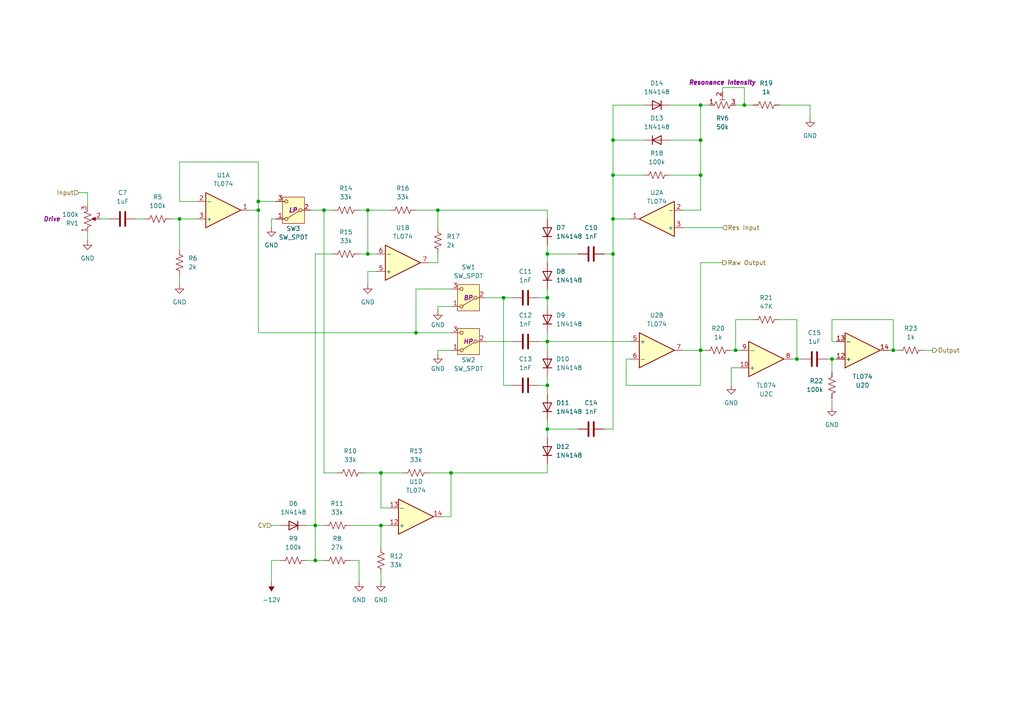
<source format=kicad_sch>
(kicad_sch (version 20231120) (generator "eeschema") (generator_version "8.0")
  (paper "A4")
  (title_block (company "DMH Instruments") (comment 1 "PCB for 10cm Kosmo format synthesizer module"))
  (lib_symbols
    (symbol "Amplifier_Operational:TL074" (pin_names (offset 0.127))
      (property "Reference" "U" (at 0 5.08 0))
      (property "Value" "TL074" (at 0 -5.08 0))
      (symbol "TL074_1_1"
        (polyline (pts (xy -5.08 5.08) (xy 5.08 0) (xy -5.08 -5.08) (xy -5.08 5.08)) (stroke (width 0.254)) (fill (type background)))
        (pin output line (at 7.62 0 180) (length 2.54) (name "~") (number "1"))
        (pin input line (at -7.62 -2.54 0) (length 2.54) (name "-") (number "2"))
        (pin input line (at -7.62 2.54 0) (length 2.54) (name "+") (number "3"))
      )
      (symbol "TL074_2_1"
        (polyline (pts (xy -5.08 5.08) (xy 5.08 0) (xy -5.08 -5.08) (xy -5.08 5.08)) (stroke (width 0.254)) (fill (type background)))
        (pin input line (at -7.62 2.54 0) (length 2.54) (name "+") (number "5"))
        (pin input line (at -7.62 -2.54 0) (length 2.54) (name "-") (number "6"))
        (pin output line (at 7.62 0 180) (length 2.54) (name "~") (number "7"))
      )
      (symbol "TL074_3_1"
        (polyline (pts (xy -5.08 5.08) (xy 5.08 0) (xy -5.08 -5.08) (xy -5.08 5.08)) (stroke (width 0.254)) (fill (type background)))
        (pin input line (at -7.62 2.54 0) (length 2.54) (name "+") (number "10"))
        (pin output line (at 7.62 0 180) (length 2.54) (name "~") (number "8"))
        (pin input line (at -7.62 -2.54 0) (length 2.54) (name "-") (number "9"))
      )
      (symbol "TL074_4_1"
        (polyline (pts (xy -5.08 5.08) (xy 5.08 0) (xy -5.08 -5.08) (xy -5.08 5.08)) (stroke (width 0.254)) (fill (type background)))
        (pin input line (at -7.62 2.54 0) (length 2.54) (name "+") (number "12"))
        (pin input line (at -7.62 -2.54 0) (length 2.54) (name "-") (number "13"))
        (pin output line (at 7.62 0 180) (length 2.54) (name "~") (number "14"))
      )
      (symbol "TL074_5_1"
        (pin power_in line (at -2.54 -7.62 90) (length 3.81) (name "V-") (number "11"))
        (pin power_in line (at -2.54 7.62 270) (length 3.81) (name "V+") (number "4"))
      )
    )
    (symbol "Device:C" (pin_numbers hide) (pin_names (offset 0.254))
      (property "Reference" "C" (at 0.635 2.54 0))
      (property "Value" "C" (at 0.635 -2.54 0))
      (symbol "C_0_1"
        (polyline (pts (xy -2.032 -0.762) (xy 2.032 -0.762)) (stroke (width 0.508)))
        (polyline (pts (xy -2.032 0.762) (xy 2.032 0.762)) (stroke (width 0.508)))
      )
      (symbol "C_1_1"
        (pin passive line (at 0 3.81 270) (length 2.794) (name "~") (number "1"))
        (pin passive line (at 0 -3.81 90) (length 2.794) (name "~") (number "2"))
      )
    )
    (symbol "Device:R_Potentiometer_Trim_US" (pin_names (offset 1.016) hide)
      (property "Reference" "RV" (at -4.445 0 90))
      (property "Value" "R_Potentiometer_Trim_US" (at -2.54 0 90))
      (symbol "R_Potentiometer_Trim_US_0_1"
        (polyline (pts (xy 0 -2.286) (xy 0 -2.54)))
        (polyline (pts (xy 0 2.286) (xy 0 2.54)))
        (polyline (pts (xy 1.524 0.762) (xy 1.524 -0.762)))
        (polyline (pts (xy 2.54 0) (xy 1.524 0)))
        (polyline (pts (xy 0 -0.762) (xy 1.016 -1.143) (xy 0 -1.524) (xy -1.016 -1.905) (xy 0 -2.286)))
        (polyline (pts (xy 0 0.762) (xy 1.016 0.381) (xy 0 0) (xy -1.016 -0.381) (xy 0 -0.762)))
        (polyline (pts (xy 0 2.286) (xy 1.016 1.905) (xy 0 1.524) (xy -1.016 1.143) (xy 0 0.762)))
      )
      (symbol "R_Potentiometer_Trim_US_1_1"
        (pin passive line (at 0 3.81 270) (length 1.27) (name "1") (number "1"))
        (pin passive line (at 3.81 0 180) (length 1.27) (name "2") (number "2"))
        (pin passive line (at 0 -3.81 90) (length 1.27) (name "3") (number "3"))
      )
    )
    (symbol "Device:R_Potentiometer_US" (pin_names (offset 1.016) hide)
      (property "Reference" "RV" (at -4.445 0 90))
      (property "Value" "R_Potentiometer_US" (at -2.54 0 90))
      (symbol "R_Potentiometer_US_0_1"
        (polyline (pts (xy 0 -2.286) (xy 0 -2.54)))
        (polyline (pts (xy 0 2.54) (xy 0 2.286)))
        (polyline (pts (xy 2.54 0) (xy 1.524 0)))
        (polyline (pts (xy 1.143 0) (xy 2.286 0.508) (xy 2.286 -0.508) (xy 1.143 0)) (fill (type outline)))
        (polyline (pts (xy 0 -0.762) (xy 1.016 -1.143) (xy 0 -1.524) (xy -1.016 -1.905) (xy 0 -2.286)))
        (polyline (pts (xy 0 0.762) (xy 1.016 0.381) (xy 0 0) (xy -1.016 -0.381) (xy 0 -0.762)))
        (polyline (pts (xy 0 2.286) (xy 1.016 1.905) (xy 0 1.524) (xy -1.016 1.143) (xy 0 0.762)))
      )
      (symbol "R_Potentiometer_US_1_1"
        (pin passive line (at 0 3.81 270) (length 1.27) (name "1") (number "1"))
        (pin passive line (at 3.81 0 180) (length 1.27) (name "2") (number "2"))
        (pin passive line (at 0 -3.81 90) (length 1.27) (name "3") (number "3"))
      )
    )
    (symbol "Device:R_US" (pin_numbers hide) (pin_names (offset 0))
      (property "Reference" "R" (at 2.54 0 90))
      (property "Value" "R_US" (at -2.54 0 90))
      (symbol "R_US_0_1"
        (polyline (pts (xy 0 -2.286) (xy 0 -2.54)))
        (polyline (pts (xy 0 2.286) (xy 0 2.54)))
        (polyline (pts (xy 0 -0.762) (xy 1.016 -1.143) (xy 0 -1.524) (xy -1.016 -1.905) (xy 0 -2.286)))
        (polyline (pts (xy 0 0.762) (xy 1.016 0.381) (xy 0 0) (xy -1.016 -0.381) (xy 0 -0.762)))
        (polyline (pts (xy 0 2.286) (xy 1.016 1.905) (xy 0 1.524) (xy -1.016 1.143) (xy 0 0.762)))
      )
      (symbol "R_US_1_1"
        (pin passive line (at 0 3.81 270) (length 1.27) (name "~") (number "1"))
        (pin passive line (at 0 -3.81 90) (length 1.27) (name "~") (number "2"))
      )
    )
    (symbol "Diode:1N4148" (pin_numbers hide) (pin_names hide)
      (property "Reference" "D" (at 0 2.54 0))
      (property "Value" "1N4148" (at 0 -2.54 0))
      (symbol "1N4148_0_1"
        (polyline (pts (xy -1.27 1.27) (xy -1.27 -1.27)) (stroke (width 0.254)))
        (polyline (pts (xy 1.27 0) (xy -1.27 0)))
        (polyline (pts (xy 1.27 1.27) (xy 1.27 -1.27) (xy -1.27 0) (xy 1.27 1.27)) (stroke (width 0.254)))
      )
      (symbol "1N4148_1_1"
        (pin passive line (at -3.81 0 0) (length 2.54) (name "K") (number "1"))
        (pin passive line (at 3.81 0 180) (length 2.54) (name "A") (number "2"))
      )
    )
    (symbol "Switch:SW_SPDT" (pin_names (offset 0) hide)
      (property "Reference" "SW" (at 0 5.08 0))
      (property "Value" "SW_SPDT" (at 0 -5.08 0))
      (symbol "SW_SPDT_0_1"
        (circle (center -2.032 0) (radius 0.4572))
        (polyline (pts (xy -1.651 0.254) (xy 1.651 2.286)))
        (circle (center 2.032 -2.54) (radius 0.4572))
        (circle (center 2.032 2.54) (radius 0.4572))
      )
      (symbol "SW_SPDT_1_1"
        (rectangle (start -3.175 3.81) (end 3.175 -3.81) (fill (type background)))
        (pin passive line (at 5.08 2.54 180) (length 2.54) (name "A") (number "1"))
        (pin passive line (at -5.08 0 0) (length 2.54) (name "B") (number "2"))
        (pin passive line (at 5.08 -2.54 180) (length 2.54) (name "C") (number "3"))
      )
    )
    (symbol "power:-12V" (power) (pin_numbers hide) (pin_names (offset 0) hide)
      (property "Value" "-12V" (at 0 3.556 0))
      (symbol "-12V_0_0"
        (pin power_in line (at 0 0 90) (length 0) (name "~") (number "1"))
      )
      (symbol "-12V_0_1"
        (polyline (pts (xy 0 0) (xy 0 1.27) (xy 0.762 1.27) (xy 0 2.54) (xy -0.762 1.27) (xy 0 1.27)) (fill (type outline)))
      )
    )
    (symbol "power:GND" (power) (pin_numbers hide) (pin_names (offset 0) hide)
      (property "Value" "GND" (at 0 -3.81 0))
      (symbol "GND_0_1"
        (polyline (pts (xy 0 0) (xy 0 -1.27) (xy 1.27 -1.27) (xy 0 -2.54) (xy -1.27 -1.27) (xy 0 -1.27)))
      )
      (symbol "GND_1_1"
        (pin power_in line (at 0 0 270) (length 0) (name "~") (number "1"))
      )
    )
  )
  (junction (at 110.49 137.16))
  (junction (at 74.93 58.42))
  (junction (at 213.36 101.6))
  (junction (at 241.3 104.14))
  (junction (at 177.8 63.5))
  (junction (at 110.49 152.4))
  (junction (at 231.14 104.14))
  (junction (at 259.08 101.6))
  (junction (at 177.8 50.8))
  (junction (at 177.8 40.64))
  (junction (at 106.68 73.66))
  (junction (at 52.07 63.5))
  (junction (at 203.2 30.48))
  (junction (at 74.93 60.96))
  (junction (at 130.81 137.16))
  (junction (at 93.98 60.96))
  (junction (at 158.75 124.46))
  (junction (at 203.2 40.64))
  (junction (at 158.75 99.06))
  (junction (at 158.75 73.66))
  (junction (at 158.75 111.76))
  (junction (at 91.44 152.4))
  (junction (at 203.2 101.6))
  (junction (at 177.8 73.66))
  (junction (at 146.05 86.36))
  (junction (at 120.65 96.52))
  (junction (at 203.2 50.8))
  (junction (at 106.68 60.96))
  (junction (at 91.44 162.56))
  (junction (at 215.9 30.48))
  (junction (at 158.75 86.36))
  (junction (at 127 60.96))
  (wire (pts (xy 203.2 30.48) (xy 205.74 30.48)))
  (wire (pts (xy 120.65 83.82) (xy 130.81 83.82)))
  (wire (pts (xy 78.74 162.56) (xy 78.74 168.91)))
  (wire (pts (xy 106.68 60.96) (xy 106.68 73.66)))
  (wire (pts (xy 241.3 115.57) (xy 241.3 118.11)))
  (wire (pts (xy 29.21 63.5) (xy 31.75 63.5)))
  (wire (pts (xy 156.21 111.76) (xy 158.75 111.76)))
  (wire (pts (xy 25.4 55.88) (xy 25.4 59.69)))
  (wire (pts (xy 106.68 73.66) (xy 109.22 73.66)))
  (wire (pts (xy 130.81 96.52) (xy 120.65 96.52)))
  (wire (pts (xy 91.44 152.4) (xy 91.44 162.56)))
  (wire (pts (xy 52.07 63.5) (xy 57.15 63.5)))
  (wire (pts (xy 186.69 50.8) (xy 177.8 50.8)))
  (wire (pts (xy 259.08 101.6) (xy 257.81 101.6)))
  (wire (pts (xy 213.36 92.71) (xy 213.36 101.6)))
  (wire (pts (xy 130.81 149.86) (xy 128.27 149.86)))
  (wire (pts (xy 158.75 96.52) (xy 158.75 99.06)))
  (wire (pts (xy 175.26 124.46) (xy 177.8 124.46)))
  (wire (pts (xy 158.75 83.82) (xy 158.75 86.36)))
  (wire (pts (xy 231.14 104.14) (xy 232.41 104.14)))
  (wire (pts (xy 209.55 25.4) (xy 215.9 25.4)))
  (wire (pts (xy 130.81 137.16) (xy 130.81 149.86)))
  (wire (pts (xy 215.9 30.48) (xy 218.44 30.48)))
  (wire (pts (xy 158.75 111.76) (xy 158.75 114.3)))
  (wire (pts (xy 109.22 78.74) (xy 106.68 78.74)))
  (wire (pts (xy 104.14 162.56) (xy 104.14 168.91)))
  (wire (pts (xy 203.2 30.48) (xy 203.2 40.64)))
  (wire (pts (xy 203.2 40.64) (xy 203.2 50.8)))
  (wire (pts (xy 80.01 63.5) (xy 78.74 63.5)))
  (wire (pts (xy 120.65 96.52) (xy 120.65 83.82)))
  (wire (pts (xy 177.8 50.8) (xy 177.8 63.5)))
  (wire (pts (xy 241.3 104.14) (xy 242.57 104.14)))
  (wire (pts (xy 52.07 58.42) (xy 57.15 58.42)))
  (wire (pts (xy 212.09 101.6) (xy 213.36 101.6)))
  (wire (pts (xy 25.4 67.31) (xy 25.4 69.85)))
  (wire (pts (xy 240.03 104.14) (xy 241.3 104.14)))
  (wire (pts (xy 259.08 101.6) (xy 260.35 101.6)))
  (wire (pts (xy 72.39 60.96) (xy 74.93 60.96)))
  (wire (pts (xy 110.49 152.4) (xy 113.03 152.4)))
  (wire (pts (xy 140.97 99.06) (xy 148.59 99.06)))
  (wire (pts (xy 120.65 60.96) (xy 127 60.96)))
  (wire (pts (xy 181.61 111.76) (xy 203.2 111.76)))
  (wire (pts (xy 167.64 73.66) (xy 158.75 73.66)))
  (wire (pts (xy 231.14 92.71) (xy 231.14 104.14)))
  (wire (pts (xy 158.75 99.06) (xy 182.88 99.06)))
  (wire (pts (xy 182.88 63.5) (xy 177.8 63.5)))
  (wire (pts (xy 198.12 101.6) (xy 203.2 101.6)))
  (wire (pts (xy 146.05 86.36) (xy 146.05 111.76)))
  (wire (pts (xy 78.74 152.4) (xy 81.28 152.4)))
  (wire (pts (xy 156.21 86.36) (xy 158.75 86.36)))
  (wire (pts (xy 52.07 46.99) (xy 52.07 58.42)))
  (wire (pts (xy 229.87 104.14) (xy 231.14 104.14)))
  (wire (pts (xy 74.93 46.99) (xy 52.07 46.99)))
  (wire (pts (xy 241.3 104.14) (xy 241.3 107.95)))
  (wire (pts (xy 93.98 60.96) (xy 96.52 60.96)))
  (wire (pts (xy 203.2 101.6) (xy 204.47 101.6)))
  (wire (pts (xy 215.9 25.4) (xy 215.9 30.48)))
  (wire (pts (xy 213.36 101.6) (xy 214.63 101.6)))
  (wire (pts (xy 181.61 104.14) (xy 181.61 111.76)))
  (wire (pts (xy 186.69 30.48) (xy 177.8 30.48)))
  (wire (pts (xy 127 88.9) (xy 130.81 88.9)))
  (wire (pts (xy 105.41 137.16) (xy 110.49 137.16)))
  (wire (pts (xy 74.93 58.42) (xy 74.93 46.99)))
  (wire (pts (xy 110.49 152.4) (xy 110.49 158.75)))
  (wire (pts (xy 218.44 92.71) (xy 213.36 92.71)))
  (wire (pts (xy 101.6 152.4) (xy 110.49 152.4)))
  (wire (pts (xy 234.95 30.48) (xy 234.95 34.29)))
  (wire (pts (xy 81.28 162.56) (xy 78.74 162.56)))
  (wire (pts (xy 127 90.17) (xy 127 88.9)))
  (wire (pts (xy 127 60.96) (xy 127 66.04)))
  (wire (pts (xy 158.75 137.16) (xy 130.81 137.16)))
  (wire (pts (xy 146.05 111.76) (xy 148.59 111.76)))
  (wire (pts (xy 203.2 60.96) (xy 198.12 60.96)))
  (wire (pts (xy 214.63 106.68) (xy 212.09 106.68)))
  (wire (pts (xy 158.75 60.96) (xy 127 60.96)))
  (wire (pts (xy 91.44 152.4) (xy 93.98 152.4)))
  (wire (pts (xy 226.06 92.71) (xy 231.14 92.71)))
  (wire (pts (xy 127 101.6) (xy 127 102.87)))
  (wire (pts (xy 158.75 86.36) (xy 158.75 88.9)))
  (wire (pts (xy 267.97 101.6) (xy 270.51 101.6)))
  (wire (pts (xy 177.8 73.66) (xy 177.8 124.46)))
  (wire (pts (xy 213.36 30.48) (xy 215.9 30.48)))
  (wire (pts (xy 106.68 60.96) (xy 113.03 60.96)))
  (wire (pts (xy 226.06 30.48) (xy 234.95 30.48)))
  (wire (pts (xy 124.46 76.2) (xy 127 76.2)))
  (wire (pts (xy 104.14 60.96) (xy 106.68 60.96)))
  (wire (pts (xy 88.9 162.56) (xy 91.44 162.56)))
  (wire (pts (xy 140.97 86.36) (xy 146.05 86.36)))
  (wire (pts (xy 158.75 99.06) (xy 158.75 101.6)))
  (wire (pts (xy 110.49 137.16) (xy 116.84 137.16)))
  (wire (pts (xy 181.61 104.14) (xy 182.88 104.14)))
  (wire (pts (xy 91.44 162.56) (xy 93.98 162.56)))
  (wire (pts (xy 203.2 101.6) (xy 203.2 111.76)))
  (wire (pts (xy 156.21 99.06) (xy 158.75 99.06)))
  (wire (pts (xy 49.53 63.5) (xy 52.07 63.5)))
  (wire (pts (xy 242.57 99.06) (xy 241.3 99.06)))
  (wire (pts (xy 127 76.2) (xy 127 73.66)))
  (wire (pts (xy 110.49 137.16) (xy 110.49 147.32)))
  (wire (pts (xy 177.8 63.5) (xy 177.8 73.66)))
  (wire (pts (xy 22.86 55.88) (xy 25.4 55.88)))
  (wire (pts (xy 194.31 30.48) (xy 203.2 30.48)))
  (wire (pts (xy 158.75 109.22) (xy 158.75 111.76)))
  (wire (pts (xy 91.44 73.66) (xy 91.44 152.4)))
  (wire (pts (xy 90.17 60.96) (xy 93.98 60.96)))
  (wire (pts (xy 96.52 73.66) (xy 91.44 73.66)))
  (wire (pts (xy 124.46 137.16) (xy 130.81 137.16)))
  (wire (pts (xy 241.3 92.71) (xy 259.08 92.71)))
  (wire (pts (xy 194.31 50.8) (xy 203.2 50.8)))
  (wire (pts (xy 175.26 73.66) (xy 177.8 73.66)))
  (wire (pts (xy 186.69 40.64) (xy 177.8 40.64)))
  (wire (pts (xy 78.74 63.5) (xy 78.74 66.04)))
  (wire (pts (xy 74.93 96.52) (xy 120.65 96.52)))
  (wire (pts (xy 101.6 162.56) (xy 104.14 162.56)))
  (wire (pts (xy 52.07 80.01) (xy 52.07 82.55)))
  (wire (pts (xy 39.37 63.5) (xy 41.91 63.5)))
  (wire (pts (xy 158.75 63.5) (xy 158.75 60.96)))
  (wire (pts (xy 148.59 86.36) (xy 146.05 86.36)))
  (wire (pts (xy 177.8 30.48) (xy 177.8 40.64)))
  (wire (pts (xy 93.98 137.16) (xy 97.79 137.16)))
  (wire (pts (xy 177.8 40.64) (xy 177.8 50.8)))
  (wire (pts (xy 158.75 73.66) (xy 158.75 76.2)))
  (wire (pts (xy 74.93 60.96) (xy 74.93 58.42)))
  (wire (pts (xy 106.68 78.74) (xy 106.68 82.55)))
  (wire (pts (xy 110.49 166.37) (xy 110.49 168.91)))
  (wire (pts (xy 52.07 63.5) (xy 52.07 72.39)))
  (wire (pts (xy 198.12 66.04) (xy 209.55 66.04)))
  (wire (pts (xy 241.3 99.06) (xy 241.3 92.71)))
  (wire (pts (xy 158.75 121.92) (xy 158.75 124.46)))
  (wire (pts (xy 158.75 71.12) (xy 158.75 73.66)))
  (wire (pts (xy 259.08 92.71) (xy 259.08 101.6)))
  (wire (pts (xy 130.81 101.6) (xy 127 101.6)))
  (wire (pts (xy 104.14 73.66) (xy 106.68 73.66)))
  (wire (pts (xy 158.75 134.62) (xy 158.75 137.16)))
  (wire (pts (xy 110.49 147.32) (xy 113.03 147.32)))
  (wire (pts (xy 158.75 124.46) (xy 158.75 127)))
  (wire (pts (xy 203.2 50.8) (xy 203.2 60.96)))
  (wire (pts (xy 74.93 60.96) (xy 74.93 96.52)))
  (wire (pts (xy 88.9 152.4) (xy 91.44 152.4)))
  (wire (pts (xy 194.31 40.64) (xy 203.2 40.64)))
  (wire (pts (xy 93.98 60.96) (xy 93.98 137.16)))
  (wire (pts (xy 209.55 26.67) (xy 209.55 25.4)))
  (wire (pts (xy 158.75 124.46) (xy 167.64 124.46)))
  (wire (pts (xy 74.93 58.42) (xy 80.01 58.42)))
  (wire (pts (xy 203.2 76.2) (xy 209.55 76.2)))
  (wire (pts (xy 212.09 106.68) (xy 212.09 111.76)))
  (wire (pts (xy 203.2 76.2) (xy 203.2 101.6)))
  (hierarchical_label "Res Input" (shape input) (at 209.55 66.04 0))
  (hierarchical_label "CV" (shape input) (at 78.74 152.4 180))
  (hierarchical_label "Output" (shape output) (at 270.51 101.6 0))
  (hierarchical_label "Raw Output" (shape output) (at 209.55 76.2 0))
  (hierarchical_label "Input" (shape input) (at 22.86 55.88 180))
  (symbol (lib_id "Device:R_US") (at 85.09 162.56 90) (unit 1)
    (property "Reference" "R9" (at 85.09 156.21 90))
    (property "Value" "100k" (at 85.09 158.75 90))
    (property "Footprint" "Resistor_THT:R_Axial_DIN0207_L6.3mm_D2.5mm_P7.62mm_Horizontal" (effects (hide yes)))
    (property "Description" "Resistor, US symbol" (effects (hide yes)))
  )
  (symbol (lib_id "power:-12V") (at 78.74 168.91 180) (unit 1)
    (property "Reference" "#PWR027" (effects (hide yes)))
    (property "Value" "-12V" (at 78.74 173.99 0))
    (property "Description" "Power symbol creates a global label with name \"-12V\"" (effects (hide yes)))
  )
  (symbol (lib_id "Device:C") (at 152.4 99.06 90) (unit 1)
    (property "Reference" "C12" (at 152.4 91.44 90))
    (property "Value" "1nF" (at 152.4 93.98 90))
    (property "Footprint" "Capacitor_THT:C_Disc_D4.3mm_W1.9mm_P5.00mm" (effects (hide yes)))
    (property "Description" "Unpolarized capacitor" (effects (hide yes)))
  )
  (symbol (lib_id "Device:R_US") (at 52.07 76.2 180) (unit 1)
    (property "Reference" "R6" (at 54.61 74.9299 0) (effects (justify right)))
    (property "Value" "2k" (at 54.61 77.4699 0) (effects (justify right)))
    (property "Footprint" "Resistor_THT:R_Axial_DIN0207_L6.3mm_D2.5mm_P7.62mm_Horizontal" (effects (hide yes)))
    (property "Description" "Resistor, US symbol" (effects (hide yes)))
  )
  (symbol (lib_id "Device:R_US") (at 127 69.85 180) (unit 1)
    (property "Reference" "R17" (at 129.54 68.5799 0) (effects (justify right)))
    (property "Value" "2k" (at 129.54 71.1199 0) (effects (justify right)))
    (property "Footprint" "Resistor_THT:R_Axial_DIN0207_L6.3mm_D2.5mm_P7.62mm_Horizontal" (effects (hide yes)))
    (property "Description" "Resistor, US symbol" (effects (hide yes)))
  )
  (symbol (lib_id "Device:R_US") (at 100.33 73.66 90) (unit 1)
    (property "Reference" "R15" (at 100.33 67.31 90))
    (property "Value" "33k" (at 100.33 69.85 90))
    (property "Footprint" "Resistor_THT:R_Axial_DIN0207_L6.3mm_D2.5mm_P7.62mm_Horizontal" (effects (hide yes)))
    (property "Description" "Resistor, US symbol" (effects (hide yes)))
  )
  (symbol (lib_id "power:GND") (at 241.3 118.11 0) (unit 1)
    (property "Reference" "#PWR033" (effects (hide yes)))
    (property "Value" "GND" (at 241.3 123.19 0))
    (property "Description" "Power symbol creates a global label with name \"GND\" , ground" (effects (hide yes)))
  )
  (symbol (lib_id "Device:C") (at 152.4 111.76 90) (unit 1)
    (property "Reference" "C13" (at 152.4 104.14 90))
    (property "Value" "1nF" (at 152.4 106.68 90))
    (property "Footprint" "Capacitor_THT:C_Disc_D4.3mm_W1.9mm_P5.00mm" (effects (hide yes)))
    (property "Description" "Unpolarized capacitor" (effects (hide yes)))
  )
  (symbol (lib_id "Device:C") (at 35.56 63.5 90) (unit 1)
    (property "Reference" "C7" (at 35.56 55.88 90))
    (property "Value" "1uF" (at 35.56 58.42 90))
    (property "Footprint" "Capacitor_THT:C_Disc_D4.3mm_W1.9mm_P5.00mm" (effects (hide yes)))
    (property "Description" "Unpolarized capacitor" (effects (hide yes)))
  )
  (symbol (lib_id "Device:C") (at 152.4 86.36 90) (unit 1)
    (property "Reference" "C11" (at 152.4 78.74 90))
    (property "Value" "1nF" (at 152.4 81.28 90))
    (property "Footprint" "Capacitor_THT:C_Disc_D4.3mm_W1.9mm_P5.00mm" (effects (hide yes)))
    (property "Description" "Unpolarized capacitor" (effects (hide yes)))
  )
  (symbol (lib_id "Switch:SW_SPDT") (at 135.89 86.36 180) (unit 1)
    (property "Reference" "SW1" (at 135.89 77.47 0))
    (property "Value" "SW_SPDT" (at 135.89 80.01 0))
    (property "Footprint" "SynthStuff:Toggle_Switch_THT" (effects (hide yes)))
    (property "Description" "Switch, single pole double throw" (effects (hide yes)))
    (property "Function" "BP" (at 135.89 86.36 0) (effects (font (thickness 0.254) (bold yes) (italic yes))))
  )
  (symbol (lib_id "Device:C") (at 171.45 73.66 90) (unit 1)
    (property "Reference" "C10" (at 171.45 66.04 90))
    (property "Value" "1nF" (at 171.45 68.58 90))
    (property "Footprint" "Capacitor_THT:C_Disc_D4.3mm_W1.9mm_P5.00mm" (effects (hide yes)))
    (property "Description" "Unpolarized capacitor" (effects (hide yes)))
  )
  (symbol (lib_id "Amplifier_Operational:TL074") (at 190.5 63.5 180) (unit 1)
    (property "Reference" "U2" (at 190.5 55.88 0))
    (property "Value" "TL074" (at 190.5 58.42 0))
    (property "Footprint" "Package_DIP:DIP-14_W7.62mm_Socket" (effects (hide yes)))
    (property "Datasheet" "http://www.ti.com/lit/ds/symlink/tl071.pdf" (effects (hide yes)))
    (property "Description" "Quad Low-Noise JFET-Input Operational Amplifiers, DIP-14/SOIC-14" (effects (hide yes)))
  )
  (symbol (lib_id "Diode:1N4148") (at 190.5 30.48 180) (unit 1)
    (property "Reference" "D14" (at 190.5 24.13 0))
    (property "Value" "1N4148" (at 190.5 26.67 0))
    (property "Footprint" "Diode_THT:D_DO-35_SOD27_P7.62mm_Horizontal" (effects (hide yes)))
    (property "Datasheet" "https://assets.nexperia.com/documents/data-sheet/1N4148_1N4448.pdf" (effects (hide yes)))
    (property "Description" "100V 0.15A standard switching diode, DO-35" (effects (hide yes)))
    (property "Sim.Device" "D" (effects (hide yes)))
    (property "Sim.Pins" "1=K 2=A" (effects (hide yes)))
  )
  (symbol (lib_id "Device:R_US") (at 101.6 137.16 90) (unit 1)
    (property "Reference" "R10" (at 101.6 130.81 90))
    (property "Value" "33k" (at 101.6 133.35 90))
    (property "Footprint" "Resistor_THT:R_Axial_DIN0207_L6.3mm_D2.5mm_P7.62mm_Horizontal" (effects (hide yes)))
    (property "Description" "Resistor, US symbol" (effects (hide yes)))
  )
  (symbol (lib_id "Device:R_US") (at 110.49 162.56 180) (unit 1)
    (property "Reference" "R12" (at 113.03 161.2899 0) (effects (justify right)))
    (property "Value" "33k" (at 113.03 163.8299 0) (effects (justify right)))
    (property "Footprint" "Resistor_THT:R_Axial_DIN0207_L6.3mm_D2.5mm_P7.62mm_Horizontal" (effects (hide yes)))
    (property "Description" "Resistor, US symbol" (effects (hide yes)))
  )
  (symbol (lib_id "Diode:1N4148") (at 158.75 67.31 90) (unit 1)
    (property "Reference" "D7" (at 161.29 66.0399 90) (effects (justify right)))
    (property "Value" "1N4148" (at 161.29 68.5799 90) (effects (justify right)))
    (property "Footprint" "Diode_THT:D_DO-35_SOD27_P7.62mm_Horizontal" (effects (hide yes)))
    (property "Datasheet" "https://assets.nexperia.com/documents/data-sheet/1N4148_1N4448.pdf" (effects (hide yes)))
    (property "Description" "100V 0.15A standard switching diode, DO-35" (effects (hide yes)))
    (property "Sim.Device" "D" (effects (hide yes)))
    (property "Sim.Pins" "1=K 2=A" (effects (hide yes)))
  )
  (symbol (lib_id "Device:R_Potentiometer_Trim_US") (at 209.55 30.48 90) (unit 1)
    (property "Reference" "RV6" (at 209.55 34.29 90))
    (property "Value" "50k" (at 209.55 36.83 90))
    (property "Footprint" "Potentiometer_THT:Potentiometer_Bourns_3296W_Vertical" (effects (hide yes)))
    (property "Description" "Trim-potentiometer, US symbol" (effects (hide yes)))
    (property "Function" "Resonance Intensity" (at 209.55 23.876 90) (effects (font (thickness 0.254) (bold yes) (italic yes))))
  )
  (symbol (lib_id "Amplifier_Operational:TL074") (at 250.19 101.6 0) (mirror x) (unit 4)
    (property "Reference" "U2" (at 250.19 111.76 0))
    (property "Value" "TL074" (at 250.19 109.22 0))
    (property "Footprint" "Package_DIP:DIP-14_W7.62mm_Socket" (effects (hide yes)))
    (property "Datasheet" "http://www.ti.com/lit/ds/symlink/tl071.pdf" (effects (hide yes)))
    (property "Description" "Quad Low-Noise JFET-Input Operational Amplifiers, DIP-14/SOIC-14" (effects (hide yes)))
  )
  (symbol (lib_id "Device:R_US") (at 97.79 152.4 90) (unit 1)
    (property "Reference" "R11" (at 97.79 146.05 90))
    (property "Value" "33k" (at 97.79 148.59 90))
    (property "Footprint" "Resistor_THT:R_Axial_DIN0207_L6.3mm_D2.5mm_P7.62mm_Horizontal" (effects (hide yes)))
    (property "Description" "Resistor, US symbol" (effects (hide yes)))
  )
  (symbol (lib_id "Device:R_Potentiometer_US") (at 25.4 63.5 0) (mirror x) (unit 1)
    (property "Reference" "RV1" (at 22.86 64.7701 0) (effects (justify right)))
    (property "Value" "100k" (at 22.86 62.2301 0) (effects (justify right)))
    (property "Footprint" "SynthStuff:Potentiometer_Alpha_RD901F-40-00D_Single_Vertical" (effects (hide yes)))
    (property "Description" "Potentiometer, US symbol" (effects (hide yes)))
    (property "Function" "Drive" (at 14.986 63.5 0) (effects (font (thickness 0.254) (bold yes) (italic yes))))
  )
  (symbol (lib_id "Switch:SW_SPDT") (at 135.89 99.06 180) (unit 1)
    (property "Reference" "SW2" (at 135.89 104.394 0))
    (property "Value" "SW_SPDT" (at 135.89 106.934 0))
    (property "Footprint" "SynthStuff:Toggle_Switch_THT" (effects (hide yes)))
    (property "Description" "Switch, single pole double throw" (effects (hide yes)))
    (property "Function" "HP" (at 135.89 99.06 0) (effects (font (thickness 0.254) (bold yes) (italic yes))))
  )
  (symbol (lib_id "Device:R_US") (at 97.79 162.56 90) (unit 1)
    (property "Reference" "R8" (at 97.79 156.21 90))
    (property "Value" "27k" (at 97.79 158.75 90))
    (property "Footprint" "Resistor_THT:R_Axial_DIN0207_L6.3mm_D2.5mm_P7.62mm_Horizontal" (effects (hide yes)))
    (property "Description" "Resistor, US symbol" (effects (hide yes)))
  )
  (symbol (lib_id "Diode:1N4148") (at 85.09 152.4 180) (unit 1)
    (property "Reference" "D6" (at 85.09 146.05 0))
    (property "Value" "1N4148" (at 85.09 148.59 0))
    (property "Footprint" "Diode_THT:D_DO-35_SOD27_P7.62mm_Horizontal" (effects (hide yes)))
    (property "Datasheet" "https://assets.nexperia.com/documents/data-sheet/1N4148_1N4448.pdf" (effects (hide yes)))
    (property "Description" "100V 0.15A standard switching diode, DO-35" (effects (hide yes)))
    (property "Sim.Device" "D" (effects (hide yes)))
    (property "Sim.Pins" "1=K 2=A" (effects (hide yes)))
  )
  (symbol (lib_id "power:GND") (at 127 90.17 0) (unit 1)
    (property "Reference" "#PWR035" (effects (hide yes)))
    (property "Value" "GND" (at 127 94.234 0))
    (property "Description" "Power symbol creates a global label with name \"GND\" , ground" (effects (hide yes)))
  )
  (symbol (lib_id "Amplifier_Operational:TL074") (at 222.25 104.14 0) (mirror x) (unit 3)
    (property "Reference" "U2" (at 222.25 114.3 0))
    (property "Value" "TL074" (at 222.25 111.76 0))
    (property "Footprint" "Package_DIP:DIP-14_W7.62mm_Socket" (effects (hide yes)))
    (property "Datasheet" "http://www.ti.com/lit/ds/symlink/tl071.pdf" (effects (hide yes)))
    (property "Description" "Quad Low-Noise JFET-Input Operational Amplifiers, DIP-14/SOIC-14" (effects (hide yes)))
  )
  (symbol (lib_id "Diode:1N4148") (at 158.75 118.11 90) (unit 1)
    (property "Reference" "D11" (at 161.29 116.8399 90) (effects (justify right)))
    (property "Value" "1N4148" (at 161.29 119.3799 90) (effects (justify right)))
    (property "Footprint" "Diode_THT:D_DO-35_SOD27_P7.62mm_Horizontal" (effects (hide yes)))
    (property "Datasheet" "https://assets.nexperia.com/documents/data-sheet/1N4148_1N4448.pdf" (effects (hide yes)))
    (property "Description" "100V 0.15A standard switching diode, DO-35" (effects (hide yes)))
    (property "Sim.Device" "D" (effects (hide yes)))
    (property "Sim.Pins" "1=K 2=A" (effects (hide yes)))
  )
  (symbol (lib_id "power:GND") (at 106.68 82.55 0) (unit 1)
    (property "Reference" "#PWR029" (effects (hide yes)))
    (property "Value" "GND" (at 106.68 87.63 0))
    (property "Description" "Power symbol creates a global label with name \"GND\" , ground" (effects (hide yes)))
  )
  (symbol (lib_id "Device:R_US") (at 222.25 30.48 90) (unit 1)
    (property "Reference" "R19" (at 222.25 24.13 90))
    (property "Value" "1k" (at 222.25 26.67 90))
    (property "Footprint" "Resistor_THT:R_Axial_DIN0207_L6.3mm_D2.5mm_P7.62mm_Horizontal" (effects (hide yes)))
    (property "Description" "Resistor, US symbol" (effects (hide yes)))
  )
  (symbol (lib_id "Diode:1N4148") (at 158.75 80.01 90) (unit 1)
    (property "Reference" "D8" (at 161.29 78.7399 90) (effects (justify right)))
    (property "Value" "1N4148" (at 161.29 81.2799 90) (effects (justify right)))
    (property "Footprint" "Diode_THT:D_DO-35_SOD27_P7.62mm_Horizontal" (effects (hide yes)))
    (property "Datasheet" "https://assets.nexperia.com/documents/data-sheet/1N4148_1N4448.pdf" (effects (hide yes)))
    (property "Description" "100V 0.15A standard switching diode, DO-35" (effects (hide yes)))
    (property "Sim.Device" "D" (effects (hide yes)))
    (property "Sim.Pins" "1=K 2=A" (effects (hide yes)))
  )
  (symbol (lib_id "Device:C") (at 171.45 124.46 90) (unit 1)
    (property "Reference" "C14" (at 171.45 116.84 90))
    (property "Value" "1nF" (at 171.45 119.38 90))
    (property "Footprint" "Capacitor_THT:C_Disc_D4.3mm_W1.9mm_P5.00mm" (effects (hide yes)))
    (property "Description" "Unpolarized capacitor" (effects (hide yes)))
  )
  (symbol (lib_id "power:GND") (at 25.4 69.85 0) (unit 1)
    (property "Reference" "#PWR019" (effects (hide yes)))
    (property "Value" "GND" (at 25.4 74.93 0))
    (property "Description" "Power symbol creates a global label with name \"GND\" , ground" (effects (hide yes)))
  )
  (symbol (lib_id "Device:R_US") (at 241.3 111.76 0) (mirror x) (unit 1)
    (property "Reference" "R22" (at 238.76 110.4899 0) (effects (justify right)))
    (property "Value" "100k" (at 238.76 113.0299 0) (effects (justify right)))
    (property "Footprint" "Resistor_THT:R_Axial_DIN0207_L6.3mm_D2.5mm_P7.62mm_Horizontal" (effects (hide yes)))
    (property "Description" "Resistor, US symbol" (effects (hide yes)))
  )
  (symbol (lib_id "power:GND") (at 127 102.87 0) (unit 1)
    (property "Reference" "#PWR030" (effects (hide yes)))
    (property "Value" "GND" (at 127 106.934 0))
    (property "Description" "Power symbol creates a global label with name \"GND\" , ground" (effects (hide yes)))
  )
  (symbol (lib_id "Diode:1N4148") (at 190.5 40.64 0) (unit 1)
    (property "Reference" "D13" (at 190.5 34.29 0))
    (property "Value" "1N4148" (at 190.5 36.83 0))
    (property "Footprint" "Diode_THT:D_DO-35_SOD27_P7.62mm_Horizontal" (effects (hide yes)))
    (property "Datasheet" "https://assets.nexperia.com/documents/data-sheet/1N4148_1N4448.pdf" (effects (hide yes)))
    (property "Description" "100V 0.15A standard switching diode, DO-35" (effects (hide yes)))
    (property "Sim.Device" "D" (effects (hide yes)))
    (property "Sim.Pins" "1=K 2=A" (effects (hide yes)))
  )
  (symbol (lib_id "Device:R_US") (at 120.65 137.16 90) (unit 1)
    (property "Reference" "R13" (at 120.65 130.81 90))
    (property "Value" "33k" (at 120.65 133.35 90))
    (property "Footprint" "Resistor_THT:R_Axial_DIN0207_L6.3mm_D2.5mm_P7.62mm_Horizontal" (effects (hide yes)))
    (property "Description" "Resistor, US symbol" (effects (hide yes)))
  )
  (symbol (lib_id "Diode:1N4148") (at 158.75 130.81 90) (unit 1)
    (property "Reference" "D12" (at 161.29 129.5399 90) (effects (justify right)))
    (property "Value" "1N4148" (at 161.29 132.0799 90) (effects (justify right)))
    (property "Footprint" "Diode_THT:D_DO-35_SOD27_P7.62mm_Horizontal" (effects (hide yes)))
    (property "Datasheet" "https://assets.nexperia.com/documents/data-sheet/1N4148_1N4448.pdf" (effects (hide yes)))
    (property "Description" "100V 0.15A standard switching diode, DO-35" (effects (hide yes)))
    (property "Sim.Device" "D" (effects (hide yes)))
    (property "Sim.Pins" "1=K 2=A" (effects (hide yes)))
  )
  (symbol (lib_id "power:GND") (at 52.07 82.55 0) (unit 1)
    (property "Reference" "#PWR024" (effects (hide yes)))
    (property "Value" "GND" (at 52.07 87.63 0))
    (property "Description" "Power symbol creates a global label with name \"GND\" , ground" (effects (hide yes)))
  )
  (symbol (lib_id "Device:C") (at 236.22 104.14 90) (unit 1)
    (property "Reference" "C15" (at 236.22 96.52 90))
    (property "Value" "1uF" (at 236.22 99.06 90))
    (property "Footprint" "Capacitor_THT:C_Disc_D4.3mm_W1.9mm_P5.00mm" (effects (hide yes)))
    (property "Description" "Unpolarized capacitor" (effects (hide yes)))
  )
  (symbol (lib_id "power:GND") (at 212.09 111.76 0) (unit 1)
    (property "Reference" "#PWR032" (effects (hide yes)))
    (property "Value" "GND" (at 212.09 116.84 0))
    (property "Description" "Power symbol creates a global label with name \"GND\" , ground" (effects (hide yes)))
  )
  (symbol (lib_id "power:GND") (at 234.95 34.29 0) (unit 1)
    (property "Reference" "#PWR031" (effects (hide yes)))
    (property "Value" "GND" (at 234.95 39.37 0))
    (property "Description" "Power symbol creates a global label with name \"GND\" , ground" (effects (hide yes)))
  )
  (symbol (lib_id "power:GND") (at 104.14 168.91 0) (unit 1)
    (property "Reference" "#PWR026" (effects (hide yes)))
    (property "Value" "GND" (at 104.14 173.99 0))
    (property "Description" "Power symbol creates a global label with name \"GND\" , ground" (effects (hide yes)))
  )
  (symbol (lib_id "Amplifier_Operational:TL074") (at 190.5 101.6 0) (unit 2)
    (property "Reference" "U2" (at 190.5 91.44 0))
    (property "Value" "TL074" (at 190.5 93.98 0))
    (property "Footprint" "Package_DIP:DIP-14_W7.62mm_Socket" (effects (hide yes)))
    (property "Datasheet" "http://www.ti.com/lit/ds/symlink/tl071.pdf" (effects (hide yes)))
    (property "Description" "Quad Low-Noise JFET-Input Operational Amplifiers, DIP-14/SOIC-14" (effects (hide yes)))
  )
  (symbol (lib_id "Device:R_US") (at 190.5 50.8 90) (unit 1)
    (property "Reference" "R18" (at 190.5 44.45 90))
    (property "Value" "100k" (at 190.5 46.99 90))
    (property "Footprint" "Resistor_THT:R_Axial_DIN0207_L6.3mm_D2.5mm_P7.62mm_Horizontal" (effects (hide yes)))
    (property "Description" "Resistor, US symbol" (effects (hide yes)))
  )
  (symbol (lib_id "Amplifier_Operational:TL074") (at 116.84 76.2 0) (mirror x) (unit 2)
    (property "Reference" "U1" (at 116.84 66.04 0))
    (property "Value" "TL074" (at 116.84 68.58 0))
    (property "Footprint" "Package_DIP:DIP-14_W7.62mm_Socket" (effects (hide yes)))
    (property "Datasheet" "http://www.ti.com/lit/ds/symlink/tl071.pdf" (effects (hide yes)))
    (property "Description" "Quad Low-Noise JFET-Input Operational Amplifiers, DIP-14/SOIC-14" (effects (hide yes)))
  )
  (symbol (lib_id "Switch:SW_SPDT") (at 85.09 60.96 180) (unit 1)
    (property "Reference" "SW3" (at 85.09 66.294 0))
    (property "Value" "SW_SPDT" (at 85.09 68.834 0))
    (property "Footprint" "SynthStuff:Toggle_Switch_THT" (effects (hide yes)))
    (property "Description" "Switch, single pole double throw" (effects (hide yes)))
    (property "Function" "LP" (at 85.09 60.96 0) (effects (font (thickness 0.254) (bold yes) (italic yes))))
  )
  (symbol (lib_id "Device:R_US") (at 116.84 60.96 90) (unit 1)
    (property "Reference" "R16" (at 116.84 54.61 90))
    (property "Value" "33k" (at 116.84 57.15 90))
    (property "Footprint" "Resistor_THT:R_Axial_DIN0207_L6.3mm_D2.5mm_P7.62mm_Horizontal" (effects (hide yes)))
    (property "Description" "Resistor, US symbol" (effects (hide yes)))
  )
  (symbol (lib_id "Device:R_US") (at 45.72 63.5 90) (unit 1)
    (property "Reference" "R5" (at 45.72 57.15 90))
    (property "Value" "100k" (at 45.72 59.69 90))
    (property "Footprint" "Resistor_THT:R_Axial_DIN0207_L6.3mm_D2.5mm_P7.62mm_Horizontal" (effects (hide yes)))
    (property "Description" "Resistor, US symbol" (effects (hide yes)))
  )
  (symbol (lib_id "Diode:1N4148") (at 158.75 92.71 90) (unit 1)
    (property "Reference" "D9" (at 161.29 91.4399 90) (effects (justify right)))
    (property "Value" "1N4148" (at 161.29 93.9799 90) (effects (justify right)))
    (property "Footprint" "Diode_THT:D_DO-35_SOD27_P7.62mm_Horizontal" (effects (hide yes)))
    (property "Datasheet" "https://assets.nexperia.com/documents/data-sheet/1N4148_1N4448.pdf" (effects (hide yes)))
    (property "Description" "100V 0.15A standard switching diode, DO-35" (effects (hide yes)))
    (property "Sim.Device" "D" (effects (hide yes)))
    (property "Sim.Pins" "1=K 2=A" (effects (hide yes)))
  )
  (symbol (lib_id "Device:R_US") (at 222.25 92.71 90) (unit 1)
    (property "Reference" "R21" (at 222.25 86.36 90))
    (property "Value" "47K" (at 222.25 88.9 90))
    (property "Footprint" "Resistor_THT:R_Axial_DIN0207_L6.3mm_D2.5mm_P7.62mm_Horizontal" (effects (hide yes)))
    (property "Description" "Resistor, US symbol" (effects (hide yes)))
  )
  (symbol (lib_id "Amplifier_Operational:TL074") (at 120.65 149.86 0) (mirror x) (unit 4)
    (property "Reference" "U1" (at 120.65 139.7 0))
    (property "Value" "TL074" (at 120.65 142.24 0))
    (property "Footprint" "Package_DIP:DIP-14_W7.62mm_Socket" (effects (hide yes)))
    (property "Datasheet" "http://www.ti.com/lit/ds/symlink/tl071.pdf" (effects (hide yes)))
    (property "Description" "Quad Low-Noise JFET-Input Operational Amplifiers, DIP-14/SOIC-14" (effects (hide yes)))
  )
  (symbol (lib_id "Device:R_US") (at 100.33 60.96 90) (unit 1)
    (property "Reference" "R14" (at 100.33 54.61 90))
    (property "Value" "33k" (at 100.33 57.15 90))
    (property "Footprint" "Resistor_THT:R_Axial_DIN0207_L6.3mm_D2.5mm_P7.62mm_Horizontal" (effects (hide yes)))
    (property "Description" "Resistor, US symbol" (effects (hide yes)))
  )
  (symbol (lib_id "power:GND") (at 78.74 66.04 0) (unit 1)
    (property "Reference" "#PWR036" (effects (hide yes)))
    (property "Value" "GND" (at 78.74 71.12 0))
    (property "Description" "Power symbol creates a global label with name \"GND\" , ground" (effects (hide yes)))
  )
  (symbol (lib_id "power:GND") (at 110.49 168.91 0) (unit 1)
    (property "Reference" "#PWR028" (effects (hide yes)))
    (property "Value" "GND" (at 110.49 173.99 0))
    (property "Description" "Power symbol creates a global label with name \"GND\" , ground" (effects (hide yes)))
  )
  (symbol (lib_id "Diode:1N4148") (at 158.75 105.41 90) (unit 1)
    (property "Reference" "D10" (at 161.29 104.1399 90) (effects (justify right)))
    (property "Value" "1N4148" (at 161.29 106.6799 90) (effects (justify right)))
    (property "Footprint" "Diode_THT:D_DO-35_SOD27_P7.62mm_Horizontal" (effects (hide yes)))
    (property "Datasheet" "https://assets.nexperia.com/documents/data-sheet/1N4148_1N4448.pdf" (effects (hide yes)))
    (property "Description" "100V 0.15A standard switching diode, DO-35" (effects (hide yes)))
    (property "Sim.Device" "D" (effects (hide yes)))
    (property "Sim.Pins" "1=K 2=A" (effects (hide yes)))
  )
  (symbol (lib_id "Device:R_US") (at 264.16 101.6 90) (unit 1)
    (property "Reference" "R23" (at 264.16 95.25 90))
    (property "Value" "1k" (at 264.16 97.79 90))
    (property "Footprint" "Resistor_THT:R_Axial_DIN0207_L6.3mm_D2.5mm_P7.62mm_Horizontal" (effects (hide yes)))
    (property "Description" "Resistor, US symbol" (effects (hide yes)))
  )
  (symbol (lib_id "Device:R_US") (at 208.28 101.6 90) (unit 1)
    (property "Reference" "R20" (at 208.28 95.25 90))
    (property "Value" "1k" (at 208.28 97.79 90))
    (property "Footprint" "Resistor_THT:R_Axial_DIN0207_L6.3mm_D2.5mm_P7.62mm_Horizontal" (effects (hide yes)))
    (property "Description" "Resistor, US symbol" (effects (hide yes)))
  )
  (symbol (lib_id "Amplifier_Operational:TL074") (at 64.77 60.96 0) (mirror x) (unit 1)
    (property "Reference" "U1" (at 64.77 50.8 0))
    (property "Value" "TL074" (at 64.77 53.34 0))
    (property "Footprint" "Package_DIP:DIP-14_W7.62mm_Socket" (effects (hide yes)))
    (property "Datasheet" "http://www.ti.com/lit/ds/symlink/tl071.pdf" (effects (hide yes)))
    (property "Description" "Quad Low-Noise JFET-Input Operational Amplifiers, DIP-14/SOIC-14" (effects (hide yes)))
  )
)
</source>
